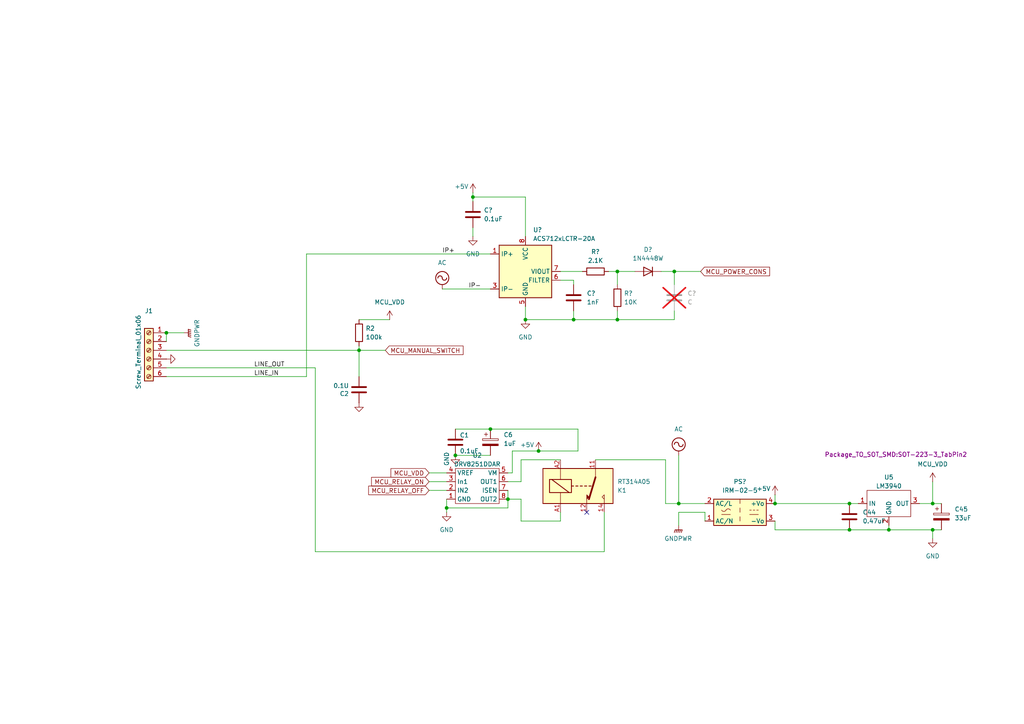
<source format=kicad_sch>
(kicad_sch (version 20231120) (generator "eeschema") (generator_version "8.0")
  (paper "A4")
  (lib_symbols
    (symbol "+5V_1" (power) (pin_numbers hide) (pin_names (offset 0) hide)
      (property "Value" "+5V" (at 0 3.556 0))
      (symbol "+5V_1_0_1"
        (polyline (pts (xy -0.762 1.27) (xy 0 2.54)))
        (polyline (pts (xy 0 0) (xy 0 2.54)))
        (polyline (pts (xy 0 2.54) (xy 0.762 1.27)))
      )
      (symbol "+5V_1_1_1"
        (pin power_in line (at 0 0 90) (length 0) (name "~") (number "1"))
      )
    )
    (symbol "Connector:Screw_Terminal_01x06" (pin_names (offset 1.016) hide)
      (property "Reference" "J" (at 0 7.62 0))
      (property "Value" "Screw_Terminal_01x06" (at 0 -10.16 0))
      (symbol "Screw_Terminal_01x06_1_1"
        (rectangle (start -1.27 6.35) (end 1.27 -8.89) (stroke (width 0.254)) (fill (type background)))
        (circle (center 0 -7.62) (radius 0.635) (stroke (width 0.1524)))
        (circle (center 0 -5.08) (radius 0.635) (stroke (width 0.1524)))
        (circle (center 0 -2.54) (radius 0.635) (stroke (width 0.1524)))
        (polyline (pts (xy -0.5334 -7.2898) (xy 0.3302 -8.128)) (stroke (width 0.1524)))
        (polyline (pts (xy -0.5334 -4.7498) (xy 0.3302 -5.588)) (stroke (width 0.1524)))
        (polyline (pts (xy -0.5334 -2.2098) (xy 0.3302 -3.048)) (stroke (width 0.1524)))
        (polyline (pts (xy -0.5334 0.3302) (xy 0.3302 -0.508)) (stroke (width 0.1524)))
        (polyline (pts (xy -0.5334 2.8702) (xy 0.3302 2.032)) (stroke (width 0.1524)))
        (polyline (pts (xy -0.5334 5.4102) (xy 0.3302 4.572)) (stroke (width 0.1524)))
        (polyline (pts (xy -0.3556 -7.112) (xy 0.508 -7.9502)) (stroke (width 0.1524)))
        (polyline (pts (xy -0.3556 -4.572) (xy 0.508 -5.4102)) (stroke (width 0.1524)))
        (polyline (pts (xy -0.3556 -2.032) (xy 0.508 -2.8702)) (stroke (width 0.1524)))
        (polyline (pts (xy -0.3556 0.508) (xy 0.508 -0.3302)) (stroke (width 0.1524)))
        (polyline (pts (xy -0.3556 3.048) (xy 0.508 2.2098)) (stroke (width 0.1524)))
        (polyline (pts (xy -0.3556 5.588) (xy 0.508 4.7498)) (stroke (width 0.1524)))
        (circle (center 0 0) (radius 0.635) (stroke (width 0.1524)))
        (circle (center 0 2.54) (radius 0.635) (stroke (width 0.1524)))
        (circle (center 0 5.08) (radius 0.635) (stroke (width 0.1524)))
        (pin passive line (at -5.08 5.08 0) (length 3.81) (name "Pin_1") (number "1"))
        (pin passive line (at -5.08 2.54 0) (length 3.81) (name "Pin_2") (number "2"))
        (pin passive line (at -5.08 0 0) (length 3.81) (name "Pin_3") (number "3"))
        (pin passive line (at -5.08 -2.54 0) (length 3.81) (name "Pin_4") (number "4"))
        (pin passive line (at -5.08 -5.08 0) (length 3.81) (name "Pin_5") (number "5"))
        (pin passive line (at -5.08 -7.62 0) (length 3.81) (name "Pin_6") (number "6"))
      )
    )
    (symbol "Converter_ACDC:IRM-02-5"
      (property "Reference" "PS" (at 0 5.08 0))
      (property "Value" "IRM-02-5" (at 0 -5.08 0))
      (symbol "IRM-02-5_0_1"
        (rectangle (start -7.62 3.81) (end 7.62 -3.81) (stroke (width 0.254)) (fill (type background)))
        (arc (start -5.334 0.635) (mid -4.699 0.2495) (end -4.064 0.635))
        (arc (start -2.794 0.635) (mid -3.429 1.0072) (end -4.064 0.635))
        (polyline (pts (xy -5.334 -0.635) (xy -2.794 -0.635)))
        (polyline (pts (xy 2.794 -0.635) (xy 5.334 -0.635)))
        (polyline (pts (xy 2.794 0.635) (xy 3.302 0.635)))
        (polyline (pts (xy 3.81 0.635) (xy 4.318 0.635)))
        (polyline (pts (xy 4.826 0.635) (xy 5.334 0.635)))
      )
      (symbol "IRM-02-5_1_1"
        (polyline (pts (xy 0 -1.27) (xy 0 -2.54)))
        (polyline (pts (xy 0 1.27) (xy 0 0)))
        (polyline (pts (xy 0 3.81) (xy 0 2.54)))
        (pin power_in line (at -10.16 -2.54 0) (length 2.54) (name "AC/N") (number "1"))
        (pin power_in line (at -10.16 2.54 0) (length 2.54) (name "AC/L") (number "2"))
        (pin power_out line (at 10.16 -2.54 180) (length 2.54) (name "-Vo") (number "3"))
        (pin power_out line (at 10.16 2.54 180) (length 2.54) (name "+Vo") (number "4"))
      )
    )
    (symbol "Device:C" (pin_numbers hide) (pin_names (offset 0.254))
      (property "Reference" "C" (at 0.635 2.54 0))
      (property "Value" "C" (at 0.635 -2.54 0))
      (symbol "C_0_1"
        (polyline (pts (xy -2.032 -0.762) (xy 2.032 -0.762)) (stroke (width 0.508)))
        (polyline (pts (xy -2.032 0.762) (xy 2.032 0.762)) (stroke (width 0.508)))
      )
      (symbol "C_1_1"
        (pin passive line (at 0 3.81 270) (length 2.794) (name "~") (number "1"))
        (pin passive line (at 0 -3.81 90) (length 2.794) (name "~") (number "2"))
      )
    )
    (symbol "Device:C_Polarized" (pin_numbers hide) (pin_names (offset 0.254))
      (property "Reference" "C" (at 0.635 2.54 0))
      (property "Value" "C_Polarized" (at 0.635 -2.54 0))
      (symbol "C_Polarized_0_1"
        (rectangle (start -2.286 0.508) (end 2.286 1.016))
        (polyline (pts (xy -1.778 2.286) (xy -0.762 2.286)))
        (polyline (pts (xy -1.27 2.794) (xy -1.27 1.778)))
        (rectangle (start 2.286 -0.508) (end -2.286 -1.016) (fill (type outline)))
      )
      (symbol "C_Polarized_1_1"
        (pin passive line (at 0 3.81 270) (length 2.794) (name "~") (number "1"))
        (pin passive line (at 0 -3.81 90) (length 2.794) (name "~") (number "2"))
      )
    )
    (symbol "Device:D" (pin_numbers hide) (pin_names (offset 1.016) hide)
      (property "Reference" "D" (at 0 2.54 0))
      (property "Value" "D" (at 0 -2.54 0))
      (symbol "D_0_1"
        (polyline (pts (xy -1.27 1.27) (xy -1.27 -1.27)) (stroke (width 0.254)))
        (polyline (pts (xy 1.27 0) (xy -1.27 0)))
        (polyline (pts (xy 1.27 1.27) (xy 1.27 -1.27) (xy -1.27 0) (xy 1.27 1.27)) (stroke (width 0.254)))
      )
      (symbol "D_1_1"
        (pin passive line (at -3.81 0 0) (length 2.54) (name "K") (number "1"))
        (pin passive line (at 3.81 0 180) (length 2.54) (name "A") (number "2"))
      )
    )
    (symbol "Device:R" (pin_numbers hide) (pin_names (offset 0))
      (property "Reference" "R" (at 2.032 0 90))
      (property "Value" "R" (at 0 0 90))
      (symbol "R_0_1"
        (rectangle (start -1.016 -2.54) (end 1.016 2.54) (stroke (width 0.254)))
      )
      (symbol "R_1_1"
        (pin passive line (at 0 3.81 270) (length 1.27) (name "~") (number "1"))
        (pin passive line (at 0 -3.81 90) (length 1.27) (name "~") (number "2"))
      )
    )
    (symbol "GND_1" (power) (pin_numbers hide) (pin_names (offset 0) hide)
      (property "Value" "GND" (at 0 -3.81 0))
      (symbol "GND_1_0_1"
        (polyline (pts (xy 0 0) (xy 0 -1.27) (xy 1.27 -1.27) (xy 0 -2.54) (xy -1.27 -1.27) (xy 0 -1.27)))
      )
      (symbol "GND_1_1_1"
        (pin power_in line (at 0 0 270) (length 0) (name "~") (number "1"))
      )
    )
    (symbol "GND_2" (power) (pin_numbers hide) (pin_names (offset 0) hide)
      (property "Value" "GND" (at 0 -3.81 0))
      (symbol "GND_2_0_1"
        (polyline (pts (xy 0 0) (xy 0 -1.27) (xy 1.27 -1.27) (xy 0 -2.54) (xy -1.27 -1.27) (xy 0 -1.27)))
      )
      (symbol "GND_2_1_1"
        (pin power_in line (at 0 0 270) (length 0) (name "~") (number "1"))
      )
    )
    (symbol "GND_3" (power) (pin_numbers hide) (pin_names (offset 0) hide)
      (property "Value" "GND" (at 0 -3.81 0))
      (symbol "GND_3_0_1"
        (polyline (pts (xy 0 0) (xy 0 -1.27) (xy 1.27 -1.27) (xy 0 -2.54) (xy -1.27 -1.27) (xy 0 -1.27)))
      )
      (symbol "GND_3_1_1"
        (pin power_in line (at 0 0 270) (length 0) (name "~") (number "1"))
      )
    )
    (symbol "GND_4" (power) (pin_numbers hide) (pin_names (offset 0) hide)
      (property "Value" "GND" (at 0 -3.81 0))
      (symbol "GND_4_0_1"
        (polyline (pts (xy 0 0) (xy 0 -1.27) (xy 1.27 -1.27) (xy 0 -2.54) (xy -1.27 -1.27) (xy 0 -1.27)))
      )
      (symbol "GND_4_1_1"
        (pin power_in line (at 0 0 270) (length 0) (name "~") (number "1"))
      )
    )
    (symbol "Pandora:DRV8251"
      (property "Reference" "U" (at 0 2.54 0))
      (symbol "DRV8251_0_1"
        (rectangle (start -6.35 3.81) (end 6.35 -6.35))
      )
      (symbol "DRV8251_1_1"
        (pin power_in line (at -8.89 2.54 0) (length 2.54) (name "GND") (number "1"))
        (pin passive line (at -8.89 0 0) (length 2.54) (name "IN2") (number "2"))
        (pin passive line (at -8.89 -2.54 0) (length 2.54) (name "In1") (number "3"))
        (pin power_in line (at -8.89 -5.08 0) (length 2.54) (name "VREF") (number "4"))
        (pin power_in line (at 8.89 -5.08 180) (length 2.54) (name "VM") (number "5"))
        (pin passive line (at 8.89 -2.54 180) (length 2.54) (name "OUT1") (number "6"))
        (pin power_in line (at 8.89 0 180) (length 2.54) (name "ISEN") (number "7"))
        (pin passive line (at 8.89 2.54 180) (length 2.54) (name "OUT2") (number "8"))
      )
    )
    (symbol "Pandora:LM3940"
      (property "Reference" "U" (at 0 2.032 0))
      (symbol "LM3940_0_1"
        (rectangle (start -6.35 3.81) (end 6.35 -3.81))
      )
      (symbol "LM3940_1_1"
        (pin power_in line (at -8.89 0 0) (length 2.54) (name "IN") (number "1"))
        (pin passive line (at 0 -6.35 90) (length 2.54) (name "GND") (number "2"))
        (pin power_out line (at 8.89 0 180) (length 2.54) (name "OUT") (number "3"))
      )
    )
    (symbol "Relay:RT314A05"
      (property "Reference" "K" (at 11.43 3.81 0))
      (property "Value" "RT314A05" (at 11.43 1.27 0))
      (symbol "RT314A05_0_0"
        (polyline (pts (xy -2.54 1.905) (xy -7.62 -1.905)) (stroke (width 0.254)))
      )
      (symbol "RT314A05_0_1"
        (rectangle (start -10.16 5.08) (end 10.16 -5.08) (stroke (width 0.254)) (fill (type background)))
        (rectangle (start -8.255 1.905) (end -1.905 -1.905) (stroke (width 0.254)))
        (polyline (pts (xy -5.08 -5.08) (xy -5.08 -1.905)))
        (polyline (pts (xy -5.08 5.08) (xy -5.08 1.905)))
        (polyline (pts (xy -1.905 0) (xy -1.27 0)) (stroke (width 0.254)))
        (polyline (pts (xy -0.635 0) (xy 0 0)) (stroke (width 0.254)))
        (polyline (pts (xy 0.635 0) (xy 1.27 0)) (stroke (width 0.254)))
        (polyline (pts (xy 1.905 0) (xy 2.54 0)) (stroke (width 0.254)))
        (polyline (pts (xy 3.175 0) (xy 3.81 0)) (stroke (width 0.254)))
        (polyline (pts (xy 5.08 -2.54) (xy 3.175 3.81)) (stroke (width 0.508)))
        (polyline (pts (xy 5.08 -2.54) (xy 5.08 -5.08)))
        (polyline (pts (xy 2.54 5.08) (xy 2.54 2.54) (xy 3.175 3.175) (xy 2.54 3.81)) (fill (type outline)))
        (polyline (pts (xy 7.62 5.08) (xy 7.62 2.54) (xy 6.985 3.175) (xy 7.62 3.81)))
      )
      (symbol "RT314A05_1_1"
        (pin passive line (at 5.08 -7.62 90) (length 2.54) (name "~") (number "11"))
        (pin passive line (at 2.54 7.62 270) (length 2.54) (name "~") (number "12"))
        (pin passive line (at 7.62 7.62 270) (length 2.54) (name "~") (number "14"))
        (pin passive line (at -5.08 7.62 270) (length 2.54) (name "~") (number "A1"))
        (pin passive line (at -5.08 -7.62 90) (length 2.54) (name "~") (number "A2"))
      )
    )
    (symbol "Sensor_Current:ACS712xLCTR-20A"
      (property "Reference" "U" (at 2.54 11.43 0))
      (property "Value" "ACS712xLCTR-20A" (at 2.54 8.89 0))
      (symbol "ACS712xLCTR-20A_0_1"
        (rectangle (start -7.62 7.62) (end 7.62 -7.62) (stroke (width 0.254)) (fill (type background)))
      )
      (symbol "ACS712xLCTR-20A_1_1"
        (pin passive line (at -10.16 5.08 0) (length 2.54) (name "IP+") (number "1"))
        (pin passive line (at -10.16 5.08 0) (length 2.54) hide (name "IP+") (number "2"))
        (pin passive line (at -10.16 -5.08 0) (length 2.54) (name "IP-") (number "3"))
        (pin passive line (at -10.16 -5.08 0) (length 2.54) hide (name "IP-") (number "4"))
        (pin power_in line (at 0 -10.16 90) (length 2.54) (name "GND") (number "5"))
        (pin passive line (at 10.16 -2.54 180) (length 2.54) (name "FILTER") (number "6"))
        (pin output line (at 10.16 0 180) (length 2.54) (name "VIOUT") (number "7"))
        (pin power_in line (at 0 10.16 270) (length 2.54) (name "VCC") (number "8"))
      )
    )
    (symbol "power:AC" (power) (pin_numbers hide) (pin_names (offset 0) hide)
      (property "Value" "AC" (at 0 6.35 0))
      (symbol "AC_0_1"
        (polyline (pts (xy 0 0) (xy 0 1.27)))
        (arc (start 0 3.175) (mid -0.635 3.8073) (end -1.27 3.175) (stroke (width 0.254)))
        (arc (start 0 3.175) (mid 0.635 2.5427) (end 1.27 3.175) (stroke (width 0.254)))
        (circle (center 0 3.175) (radius 1.905) (stroke (width 0.254)))
      )
      (symbol "AC_1_1"
        (pin power_in line (at 0 0 90) (length 0) (name "~") (number "1"))
      )
    )
    (symbol "power:GND" (power) (pin_names (offset 0))
      (property "Value" "GND" (at 0 -3.81 0))
      (symbol "GND_0_1"
        (polyline (pts (xy 0 0) (xy 0 -1.27) (xy 1.27 -1.27) (xy 0 -2.54) (xy -1.27 -1.27) (xy 0 -1.27)))
      )
      (symbol "GND_1_1"
        (pin power_in line (at 0 0 270) (length 0) hide (name "GND") (number "1"))
      )
    )
    (symbol "power:GNDPWR" (power) (pin_numbers hide) (pin_names (offset 0) hide)
      (property "Value" "GNDPWR" (at 0 -3.302 0))
      (symbol "GNDPWR_0_1"
        (polyline (pts (xy 0 -1.27) (xy 0 0)))
        (polyline (pts (xy -1.016 -1.27) (xy -1.27 -2.032) (xy -1.27 -2.032)) (stroke (width 0.2032)))
        (polyline (pts (xy -0.508 -1.27) (xy -0.762 -2.032) (xy -0.762 -2.032)) (stroke (width 0.2032)))
        (polyline (pts (xy 0 -1.27) (xy -0.254 -2.032) (xy -0.254 -2.032)) (stroke (width 0.2032)))
        (polyline (pts (xy 0.508 -1.27) (xy 0.254 -2.032) (xy 0.254 -2.032)) (stroke (width 0.2032)))
        (polyline (pts (xy 1.016 -1.27) (xy -1.016 -1.27) (xy -1.016 -1.27)) (stroke (width 0.2032)))
        (polyline (pts (xy 1.016 -1.27) (xy 0.762 -2.032) (xy 0.762 -2.032) (xy 0.762 -2.032)) (stroke (width 0.2032)))
      )
      (symbol "GNDPWR_1_1"
        (pin power_in line (at 0 0 270) (length 0) (name "~") (number "1"))
      )
    )
    (symbol "power:VDD" (power) (pin_numbers hide) (pin_names (offset 0) hide)
      (property "Value" "VDD" (at 0 3.556 0))
      (symbol "VDD_0_1"
        (polyline (pts (xy -0.762 1.27) (xy 0 2.54)))
        (polyline (pts (xy 0 0) (xy 0 2.54)))
        (polyline (pts (xy 0 2.54) (xy 0.762 1.27)))
      )
      (symbol "VDD_1_1"
        (pin power_in line (at 0 0 90) (length 0) (name "~") (number "1"))
      )
    )
  )
  (junction (at 246.38 146.05))
  (junction (at 132.08 132.08))
  (junction (at 156.21 130.81))
  (junction (at 179.07 78.74))
  (junction (at 257.81 153.67))
  (junction (at 147.32 144.78))
  (junction (at 270.51 146.05))
  (junction (at 270.51 153.67))
  (junction (at 152.4 92.71))
  (junction (at 104.14 101.6))
  (junction (at 166.37 92.71))
  (junction (at 142.24 124.46))
  (junction (at 179.07 92.71))
  (junction (at 137.16 57.15))
  (junction (at 224.79 146.05))
  (junction (at 195.58 78.74))
  (junction (at 48.26 96.52))
  (junction (at 246.38 153.67))
  (junction (at 196.85 146.05))
  (junction (at 129.54 147.32))
  (no_connect (at 170.18 148.59))
  (wire (pts (xy 148.59 137.16) (xy 148.59 130.81)))
  (wire (pts (xy 162.56 81.28) (xy 166.37 81.28)))
  (wire (pts (xy 147.32 139.7) (xy 151.13 139.7)))
  (wire (pts (xy 224.79 143.51) (xy 224.79 146.05)))
  (wire (pts (xy 193.04 146.05) (xy 196.85 146.05)))
  (wire (pts (xy 48.26 96.52) (xy 48.26 99.06)))
  (wire (pts (xy 147.32 144.78) (xy 151.13 144.78)))
  (wire (pts (xy 88.9 109.22) (xy 88.9 73.66)))
  (wire (pts (xy 152.4 92.71) (xy 166.37 92.71)))
  (wire (pts (xy 129.54 148.59) (xy 129.54 147.32)))
  (wire (pts (xy 196.85 148.59) (xy 204.47 148.59)))
  (wire (pts (xy 124.46 142.24) (xy 129.54 142.24)))
  (wire (pts (xy 151.13 133.35) (xy 151.13 139.7)))
  (wire (pts (xy 152.4 57.15) (xy 137.16 57.15)))
  (wire (pts (xy 175.26 148.59) (xy 175.26 160.02)))
  (wire (pts (xy 124.46 137.16) (xy 129.54 137.16)))
  (wire (pts (xy 148.59 130.81) (xy 156.21 130.81)))
  (wire (pts (xy 166.37 90.17) (xy 166.37 92.71)))
  (wire (pts (xy 193.04 133.35) (xy 172.72 133.35)))
  (wire (pts (xy 246.38 146.05) (xy 248.92 146.05)))
  (wire (pts (xy 162.56 151.13) (xy 162.56 148.59)))
  (wire (pts (xy 196.85 148.59) (xy 196.85 152.4)))
  (wire (pts (xy 162.56 133.35) (xy 151.13 133.35)))
  (wire (pts (xy 104.14 100.33) (xy 104.14 101.6)))
  (wire (pts (xy 270.51 139.7) (xy 270.51 146.05)))
  (wire (pts (xy 195.58 78.74) (xy 203.2 78.74)))
  (wire (pts (xy 132.08 132.08) (xy 142.24 132.08)))
  (wire (pts (xy 196.85 132.08) (xy 196.85 146.05)))
  (wire (pts (xy 195.58 90.17) (xy 195.58 92.71)))
  (wire (pts (xy 91.44 160.02) (xy 175.26 160.02)))
  (wire (pts (xy 142.24 124.46) (xy 167.64 124.46)))
  (wire (pts (xy 179.07 82.55) (xy 179.07 78.74)))
  (wire (pts (xy 270.51 146.05) (xy 273.05 146.05)))
  (wire (pts (xy 104.14 92.71) (xy 113.03 92.71)))
  (wire (pts (xy 48.26 109.22) (xy 88.9 109.22)))
  (wire (pts (xy 179.07 90.17) (xy 179.07 92.71)))
  (wire (pts (xy 257.81 153.67) (xy 257.81 152.4)))
  (wire (pts (xy 152.4 88.9) (xy 152.4 92.71)))
  (wire (pts (xy 88.9 73.66) (xy 142.24 73.66)))
  (wire (pts (xy 147.32 142.24) (xy 147.32 144.78)))
  (wire (pts (xy 191.77 78.74) (xy 195.58 78.74)))
  (wire (pts (xy 147.32 137.16) (xy 148.59 137.16)))
  (wire (pts (xy 132.08 124.46) (xy 142.24 124.46)))
  (wire (pts (xy 224.79 153.67) (xy 246.38 153.67)))
  (wire (pts (xy 204.47 148.59) (xy 204.47 151.13)))
  (wire (pts (xy 166.37 92.71) (xy 179.07 92.71)))
  (wire (pts (xy 179.07 92.71) (xy 195.58 92.71)))
  (wire (pts (xy 193.04 146.05) (xy 193.04 133.35)))
  (wire (pts (xy 224.79 151.13) (xy 224.79 153.67)))
  (wire (pts (xy 179.07 78.74) (xy 184.15 78.74)))
  (wire (pts (xy 129.54 144.78) (xy 129.54 147.32)))
  (wire (pts (xy 156.21 130.81) (xy 167.64 130.81)))
  (wire (pts (xy 167.64 130.81) (xy 167.64 124.46)))
  (wire (pts (xy 166.37 81.28) (xy 166.37 82.55)))
  (wire (pts (xy 152.4 68.58) (xy 152.4 57.15)))
  (wire (pts (xy 151.13 144.78) (xy 151.13 151.13)))
  (wire (pts (xy 48.26 101.6) (xy 104.14 101.6)))
  (wire (pts (xy 147.32 147.32) (xy 129.54 147.32)))
  (wire (pts (xy 124.46 139.7) (xy 129.54 139.7)))
  (wire (pts (xy 162.56 78.74) (xy 168.91 78.74)))
  (wire (pts (xy 246.38 153.67) (xy 257.81 153.67)))
  (wire (pts (xy 137.16 66.04) (xy 137.16 68.58)))
  (wire (pts (xy 137.16 57.15) (xy 137.16 58.42)))
  (wire (pts (xy 137.16 55.88) (xy 137.16 57.15)))
  (wire (pts (xy 91.44 106.68) (xy 91.44 160.02)))
  (wire (pts (xy 273.05 153.67) (xy 270.51 153.67)))
  (wire (pts (xy 111.76 101.6) (xy 104.14 101.6)))
  (wire (pts (xy 48.26 106.68) (xy 91.44 106.68)))
  (wire (pts (xy 151.13 151.13) (xy 162.56 151.13)))
  (wire (pts (xy 266.7 146.05) (xy 270.51 146.05)))
  (wire (pts (xy 53.34 96.52) (xy 48.26 96.52)))
  (wire (pts (xy 104.14 101.6) (xy 104.14 109.22)))
  (wire (pts (xy 196.85 146.05) (xy 204.47 146.05)))
  (wire (pts (xy 224.79 146.05) (xy 246.38 146.05)))
  (wire (pts (xy 257.81 153.67) (xy 270.51 153.67)))
  (wire (pts (xy 128.27 83.82) (xy 142.24 83.82)))
  (wire (pts (xy 195.58 78.74) (xy 195.58 82.55)))
  (wire (pts (xy 270.51 153.67) (xy 270.51 156.21)))
  (wire (pts (xy 147.32 144.78) (xy 147.32 147.32)))
  (wire (pts (xy 176.53 78.74) (xy 179.07 78.74)))
  (label "IP-" (at 135.89 83.82 0))
  (label "LINE_OUT" (at 73.66 106.68 0))
  (label "IP+" (at 128.27 73.66 0))
  (label "LINE_IN" (at 73.66 109.22 0))
  (global_label "MCU_RELAY_OFF" (shape input) (at 124.46 142.24 180) (property "Intersheetrefs" "${INTERSHEET_REFS}" (effects (hide yes))))
  (global_label "MCU_RELAY_ON" (shape input) (at 124.46 139.7 180) (property "Intersheetrefs" "${INTERSHEET_REFS}" (effects (hide yes))))
  (global_label "MCU_VDD" (shape input) (at 124.46 137.16 180) (property "Intersheetrefs" "${INTERSHEET_REFS}" (effects (hide yes))))
  (global_label "MCU_MANUAL_SWITCH" (shape input) (at 111.76 101.6 0) (property "Intersheetrefs" "${INTERSHEET_REFS}" (effects (hide yes))))
  (global_label "MCU_POWER_CONS" (shape input) (at 203.2 78.74 0) (property "Intersheetrefs" "${INTERSHEET_REFS}" (effects (hide yes))))
  (symbol (lib_id "Device:C") (at 132.08 128.27 0) (unit 1)
    (property "Reference" "C1" (at 133.35 126.238 0) (effects (justify left)))
    (property "Value" "0.1uF" (at 133.35 130.81 0) (effects (justify left)))
    (property "Footprint" "Capacitor_SMD:C_0402_1005Metric" (effects (hide yes)))
    (property "Description" "Unpolarized capacitor" (effects (hide yes)))
    (property "MPN1" "GRM155C81E104MA12D" (effects (hide yes)))
  )
  (symbol (lib_name "GND_1") (lib_id "power:GND") (at 104.14 116.84 0) (unit 1)
    (property "Reference" "#PWR05" (effects (hide yes)))
    (property "Value" "GND" (effects (hide yes)))
    (property "Description" "Power symbol creates a global label with name \"GND\" , ground" (effects (hide yes)))
  )
  (symbol (lib_name "GND_3") (lib_id "power:GND") (at 137.16 68.58 0) (unit 1)
    (property "Reference" "#PWR032" (effects (hide yes)))
    (property "Value" "GND" (at 137.16 73.66 0))
    (property "Description" "Power symbol creates a global label with name \"GND\" , ground" (effects (hide yes)))
  )
  (symbol (lib_id "Device:C") (at 104.14 113.03 0) (unit 1)
    (property "Reference" "C2" (at 101.219 114.1984 0) (effects (justify right)))
    (property "Value" "0.1U" (at 101.219 111.887 0) (effects (justify right)))
    (property "Footprint" "Capacitor_SMD:C_0402_1005Metric" (effects (hide yes)))
    (property "Description" "CAP CER 0.1UF 10V X5R 0402" (effects (hide yes)))
    (property "Link1" "https://www.digikey.com/product-detail/en/samsung-electro-mechanics/CL05A104MP5NNNC/1276-1443-1-ND/3889529" (effects (hide yes)))
    (property "MPN1" "CL05A104MP5NNNC" (effects (hide yes)))
    (property "Standard Price" "$0.00315" (effects (hide yes)))
    (property "Vendor1" "Samsung Electro-Mechanics" (effects (hide yes)))
    (property "Short Description" "CAP CER 0.1UF 10V X5R 0402" (effects (hide yes)))
    (property "Seeed PN" "302011121" (effects (hide yes)))
    (property "MPN2" "CC0402KRX5R6BB104" (effects (hide yes)))
    (property "Vendor2" "YAGEO" (effects (hide yes)))
    (property "Seeed Description" "SMD CAP Ceramic 100nF-10V-10%-X5R;0402" (effects (hide yes)))
  )
  (symbol (lib_id "Device:C") (at 246.38 149.86 0) (unit 1)
    (property "Reference" "C44" (at 250.19 148.5899 0) (effects (justify left)))
    (property "Value" "0.47uF" (at 250.19 151.1299 0) (effects (justify left)))
    (property "Footprint" "Capacitor_SMD:C_0402_1005Metric" (effects (hide yes)))
    (property "Description" "Unpolarized capacitor" (effects (hide yes)))
    (property "MPN1" "GRM155R71A474KE01D" (effects (hide yes)))
  )
  (symbol (lib_id "Connector:Screw_Terminal_01x06") (at 43.18 101.6 0) (mirror y) (unit 1)
    (property "Reference" "J1" (at 43.18 90.17 0))
    (property "Value" "Screw_Terminal_01x06" (at 40.132 102.108 90))
    (property "Footprint" "Pandora:TE-2-796683-8" (effects (hide yes)))
    (property "Description" "Generic screw terminal, single row, 01x06, script generated (kicad-library-utils/schlib/autogen/connector/)" (effects (hide yes)))
    (property "MPN1" "796683-6" (effects (hide yes)))
  )
  (symbol (lib_id "Pandora:DRV8251") (at 138.43 142.24 0) (mirror x) (unit 1)
    (property "Reference" "U2" (at 138.43 132.08 0))
    (property "Value" "DRV8251DDAR" (at 138.43 134.62 0))
    (property "Footprint" "Package_SO:Texas_HSOP-8-1EP_3.9x4.9mm_P1.27mm_ThermalVias" (effects (hide yes)))
    (property "MPN1" "DRV8251DDAR " (effects (hide yes)))
  )
  (symbol (lib_id "power:GNDPWR") (at 196.85 152.4 0) (unit 1)
    (property "Reference" "#PWR028" (effects (hide yes)))
    (property "Value" "GNDPWR" (at 196.723 156.21 0))
    (property "Description" "Power symbol creates a global label with name \"GNDPWR\" , global ground" (effects (hide yes)))
  )
  (symbol (lib_id "Relay:RT314A05") (at 167.64 140.97 0) (mirror x) (unit 1)
    (property "Reference" "K1" (at 179.07 142.24 0) (effects (justify left)))
    (property "Value" "RT314A05" (at 179.07 139.7 0) (effects (justify left)))
    (property "Footprint" "Relay_THT:Relay_SPDT_Schrack-RT1-16A-FormC_RM5mm" (effects (hide yes)))
    (property "Datasheet" "https://www.te.com/commerce/DocumentDelivery/DDEController?Action=srchrtrv&DocNm=RT1_bistable&DocType=DS&DocLang=English" (effects (hide yes)))
    (property "MPN1" "RT314A05 " (effects (hide yes)))
  )
  (symbol (lib_name "+5V_1") (lib_id "power:+5V") (at 137.16 55.88 0) (unit 1)
    (property "Reference" "#PWR031" (effects (hide yes)))
    (property "Value" "+5V" (at 133.858 54.102 0))
    (property "Description" "Power symbol creates a global label with name \"+5V\"" (effects (hide yes)))
  )
  (symbol (lib_id "Device:C_Polarized") (at 273.05 149.86 0) (unit 1)
    (property "Reference" "C45" (at 276.86 147.7009 0) (effects (justify left)))
    (property "Value" "33uF" (at 276.86 150.2409 0) (effects (justify left)))
    (property "Footprint" "Capacitor_SMD:C_1206_3216Metric" (effects (hide yes)))
    (property "Description" "Polarized capacitor" (effects (hide yes)))
    (property "MPN1" "C3216X5R1E336M160AC" (effects (hide yes)))
  )
  (symbol (lib_id "Device:C_Polarized") (at 142.24 128.27 0) (unit 1)
    (property "Reference" "C6" (at 146.05 126.1109 0) (effects (justify left)))
    (property "Value" "1uF" (at 146.05 128.6509 0) (effects (justify left)))
    (property "Footprint" "Capacitor_SMD:C_0402_1005Metric" (effects (hide yes)))
    (property "Description" "Polarized capacitor" (effects (hide yes)))
    (property "MPN1" "GRT153R61A105ME13D" (effects (hide yes)))
  )
  (symbol (lib_id "Device:R") (at 104.14 96.52 0) (unit 1)
    (property "Reference" "R2" (at 106.045 95.25 0) (effects (justify left)))
    (property "Value" "100k" (at 106.045 97.79 0) (effects (justify left)))
    (property "Footprint" "Resistor_SMD:R_0402_1005Metric" (effects (hide yes)))
    (property "MPN1" "CRCW0402100KFKED" (effects (hide yes)))
  )
  (symbol (lib_id "Pandora:LM3940") (at 257.81 146.05 0) (unit 1)
    (property "Reference" "U5" (at 257.81 138.43 0))
    (property "Value" "LM3940" (at 257.81 140.97 0))
    (property "Footprint" "Package_TO_SOT_SMD:SOT-223-3_TabPin2" (at 259.842 131.826 0))
    (property "MPN1" "LM3940IMP-3.3/NOPB" (effects (hide yes)))
  )
  (symbol (lib_id "Device:R") (at 179.07 86.36 0) (unit 1)
    (property "Reference" "R?" (at 180.975 85.09 0) (effects (justify left)))
    (property "Value" "10K" (at 180.975 87.63 0) (effects (justify left)))
    (property "Footprint" "Resistor_SMD:R_0402_1005Metric" (effects (hide yes)))
    (property "MPN1" "CRCW040210K0FKEDC" (effects (hide yes)))
    (instances (project "BeagleConnect Freedom C7" (path "" (reference "R?") (unit 1))) (project "BeagleConnect Freedom C7" (path "" (reference "R7") (unit 1))) (project "BeagleConnect Freedom C7" (path "" (reference "R3") (unit 1))))
  )
  (symbol (lib_id "Device:C") (at 195.58 86.36 0) (unit 1) (dnp yes)
    (property "Reference" "C?" (at 199.39 85.0899 0) (effects (justify left)))
    (property "Value" "C" (at 199.39 87.6299 0) (effects (justify left)))
    (property "Footprint" "Capacitor_SMD:C_0402_1005Metric" (effects (hide yes)))
    (instances (project "BeagleConnect Freedom C7" (path "" (reference "C?") (unit 1))) (project "BeagleConnect Freedom C7" (path "" (reference "C5") (unit 1))) (project "BeagleConnect Freedom C7" (path "" (reference "C46") (unit 1))))
  )
  (symbol (lib_name "+5V_1") (lib_id "power:+5V") (at 156.21 130.81 0) (unit 1)
    (property "Reference" "#PWR010" (effects (hide yes)))
    (property "Value" "+5V" (at 152.908 129.032 0))
    (property "Description" "Power symbol creates a global label with name \"+5V\"" (effects (hide yes)))
  )
  (symbol (lib_id "power:VDD") (at 270.51 139.7 0) (unit 1)
    (property "Reference" "#PWR035" (effects (hide yes)))
    (property "Value" "MCU_VDD" (at 270.51 134.62 0))
    (property "Description" "Power symbol creates a global label with name \"VDD\"" (effects (hide yes)))
  )
  (symbol (lib_id "power:GND") (at 152.4 92.71 0) (unit 1)
    (property "Reference" "#PWR?" (effects (hide yes)))
    (property "Value" "GND" (at 152.4 97.79 0))
    (instances (project "BeagleConnect Freedom C7" (path "" (reference "#PWR?") (unit 1))) (project "BeagleConnect Freedom C7" (path "" (reference "#PWR0101") (unit 1))) (project "BeagleConnect Freedom C7" (path "" (reference "#PWR034") (unit 1))))
  )
  (symbol (lib_name "GND_1") (lib_id "power:GND") (at 48.26 104.14 90) (unit 1)
    (property "Reference" "#PWR01" (effects (hide yes)))
    (property "Value" "GND" (effects (hide yes)))
    (property "Description" "Power symbol creates a global label with name \"GND\" , ground" (effects (hide yes)))
  )
  (symbol (lib_id "Device:R") (at 172.72 78.74 90) (unit 1)
    (property "Reference" "R?" (at 172.72 73.025 90))
    (property "Value" "2.1K" (at 172.72 75.565 90))
    (property "Footprint" "Resistor_SMD:R_0402_1005Metric" (effects (hide yes)))
    (property "MPN1" "CRCW04022K10FKED" (effects (hide yes)))
    (instances (project "BeagleConnect Freedom C7" (path "" (reference "R?") (unit 1))) (project "BeagleConnect Freedom C7" (path "" (reference "R5") (unit 1))) (project "BeagleConnect Freedom C7" (path "" (reference "R2") (unit 1))))
  )
  (symbol (lib_name "+5V_1") (lib_id "power:+5V") (at 224.79 143.51 0) (unit 1)
    (property "Reference" "#PWR033" (effects (hide yes)))
    (property "Value" "+5V" (at 221.488 141.732 0))
    (property "Description" "Power symbol creates a global label with name \"+5V\"" (effects (hide yes)))
  )
  (symbol (lib_id "power:AC") (at 196.85 132.08 0) (unit 1)
    (property "Reference" "#PWR027" (effects (hide yes)))
    (property "Value" "AC" (at 196.85 124.46 0))
    (property "Description" "Power symbol creates a global label with name \"AC\"" (effects (hide yes)))
  )
  (symbol (lib_name "GND_2") (lib_id "power:GND") (at 132.08 132.08 0) (unit 1)
    (property "Reference" "#PWR09" (effects (hide yes)))
    (property "Value" "GND" (at 129.54 131.064 90) (effects (justify right)))
    (property "Description" "Power symbol creates a global label with name \"GND\" , ground" (effects (hide yes)))
  )
  (symbol (lib_name "GND_1") (lib_id "power:GND") (at 129.54 148.59 0) (unit 1)
    (property "Reference" "#PWR08" (effects (hide yes)))
    (property "Value" "GND" (at 129.54 153.67 0))
    (property "Description" "Power symbol creates a global label with name \"GND\" , ground" (effects (hide yes)))
  )
  (symbol (lib_id "Device:C") (at 166.37 86.36 0) (unit 1)
    (property "Reference" "C?" (at 170.18 85.09 0) (effects (justify left)))
    (property "Value" "1nF" (at 170.18 87.63 0) (effects (justify left)))
    (property "Footprint" "Capacitor_SMD:C_0402_1005Metric" (effects (hide yes)))
    (property "MPN1" "VJ0402Y102MXBAC" (effects (hide yes)))
    (instances (project "BeagleConnect Freedom C7" (path "" (reference "C?") (unit 1))) (project "BeagleConnect Freedom C7" (path "" (reference "C4") (unit 1))) (project "BeagleConnect Freedom C7" (path "" (reference "C43") (unit 1))))
  )
  (symbol (lib_id "power:AC") (at 128.27 83.82 0) (unit 1)
    (property "Reference" "#PWR07" (effects (hide yes)))
    (property "Value" "AC" (at 128.27 76.2 0))
    (property "Description" "Power symbol creates a global label with name \"AC\"" (effects (hide yes)))
  )
  (symbol (lib_id "Device:D") (at 187.96 78.74 180) (unit 1)
    (property "Reference" "D?" (at 187.96 72.39 0))
    (property "Value" "1N4448W" (at 187.96 74.93 0))
    (property "Footprint" "Diode_SMD:D_SOD-123" (effects (hide yes)))
    (property "Sim.Device" "D" (effects (hide yes)))
    (property "Sim.Pins" "1=K 2=A" (effects (hide yes)))
    (property "MPN1" " 1N4448W-7-F " (effects (hide yes)))
    (instances (project "BeagleConnect Freedom C7" (path "" (reference "D?") (unit 1))) (project "BeagleConnect Freedom C7" (path "" (reference "D3") (unit 1))) (project "BeagleConnect Freedom C7" (path "" (reference "D1") (unit 1))))
  )
  (symbol (lib_id "Converter_ACDC:IRM-02-5") (at 214.63 148.59 0) (unit 1)
    (property "Reference" "PS?" (at 214.63 139.7 0))
    (property "Value" "IRM-02-5" (at 214.63 142.24 0))
    (property "Footprint" "Converter_ACDC:Converter_ACDC_MeanWell_IRM-02-xx_THT" (effects (hide yes)))
    (property "Datasheet" "https://www.meanwell.com/Upload/PDF/IRM-02/IRM-02-SPEC.PDF" (effects (hide yes)))
    (property "MPN1" "IRM-02-5" (effects (hide yes)))
    (instances (project "BeagleConnect Freedom C7" (path "" (reference "PS?") (unit 1))) (project "BeagleConnect Freedom C7" (path "" (reference "PS1") (unit 1))) (project "BeagleConnect Freedom C7" (path "" (reference "PS1") (unit 1))))
  )
  (symbol (lib_name "GND_4") (lib_id "power:GND") (at 270.51 156.21 0) (unit 1)
    (property "Reference" "#PWR036" (effects (hide yes)))
    (property "Value" "GND" (at 270.51 161.29 0))
    (property "Description" "Power symbol creates a global label with name \"GND\" , ground" (effects (hide yes)))
  )
  (symbol (lib_id "Sensor_Current:ACS712xLCTR-20A") (at 152.4 78.74 0) (unit 1)
    (property "Reference" "U?" (at 154.5941 66.675 0) (effects (justify left)))
    (property "Value" "ACS712xLCTR-20A" (at 154.5941 69.215 0) (effects (justify left)))
    (property "Footprint" "Package_SO:SOIC-8_3.9x4.9mm_P1.27mm" (effects (hide yes)))
    (property "Datasheet" "http://www.allegromicro.com/~/media/Files/Datasheets/ACS712-Datasheet.ashx?la=en" (effects (hide yes)))
    (property "MPN1" " ACS712ELCTR-20A-T " (effects (hide yes)))
    (instances (project "BeagleConnect Freedom C7" (path "" (reference "U?") (unit 1))) (project "BeagleConnect Freedom C7" (path "" (reference "U1") (unit 1))) (project "BeagleConnect Freedom C7" (path "" (reference "U4") (unit 1))))
  )
  (symbol (lib_id "Device:C") (at 137.16 62.23 0) (unit 1)
    (property "Reference" "C?" (at 140.335 60.96 0) (effects (justify left)))
    (property "Value" "0.1uF" (at 140.335 63.5 0) (effects (justify left)))
    (property "Footprint" "Capacitor_SMD:C_0402_1005Metric" (effects (hide yes)))
    (property "MPN1" "GRM155C81E104MA12D" (effects (hide yes)))
    (instances (project "BeagleConnect Freedom C7" (path "" (reference "C?") (unit 1))) (project "BeagleConnect Freedom C7" (path "" (reference "C3") (unit 1))) (project "BeagleConnect Freedom C7" (path "" (reference "C42") (unit 1))))
  )
  (symbol (lib_id "power:GNDPWR") (at 53.34 96.52 90) (unit 1)
    (property "Reference" "#PWR02" (effects (hide yes)))
    (property "Value" "GNDPWR" (at 57.15 96.647 0))
    (property "Description" "Power symbol creates a global label with name \"GNDPWR\" , global ground" (effects (hide yes)))
  )
  (symbol (lib_id "power:VDD") (at 113.03 92.71 0) (unit 1)
    (property "Reference" "#PWR06" (effects (hide yes)))
    (property "Value" "MCU_VDD" (at 113.03 87.63 0))
    (property "Description" "Power symbol creates a global label with name \"VDD\"" (effects (hide yes)))
  )
)
</source>
